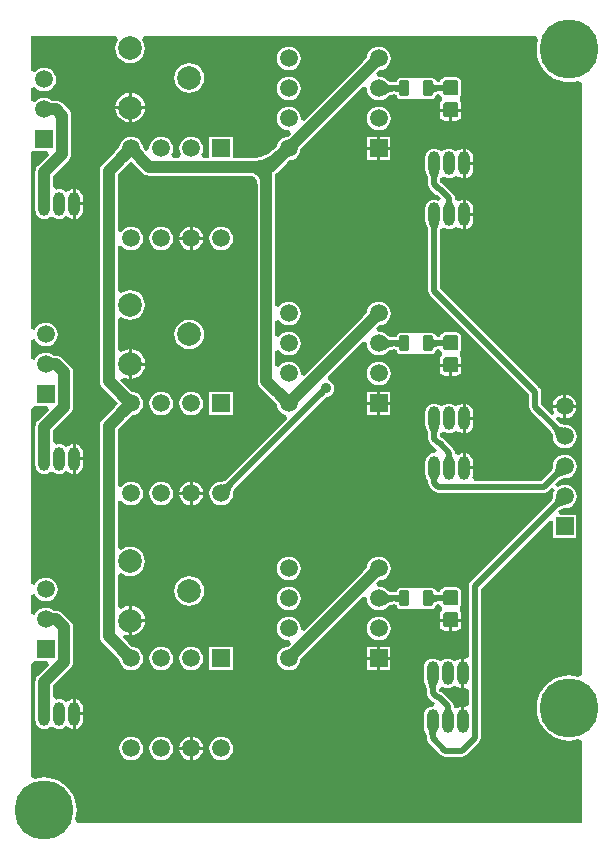
<source format=gtl>
G04 Layer_Physical_Order=1*
G04 Layer_Color=255*
%FSLAX44Y44*%
%MOMM*%
G71*
G01*
G75*
G04:AMPARAMS|DCode=10|XSize=1.3mm|YSize=0.8mm|CornerRadius=0.1mm|HoleSize=0mm|Usage=FLASHONLY|Rotation=270.000|XOffset=0mm|YOffset=0mm|HoleType=Round|Shape=RoundedRectangle|*
%AMROUNDEDRECTD10*
21,1,1.3000,0.6000,0,0,270.0*
21,1,1.1000,0.8000,0,0,270.0*
1,1,0.2000,-0.3000,-0.5500*
1,1,0.2000,-0.3000,0.5500*
1,1,0.2000,0.3000,0.5500*
1,1,0.2000,0.3000,-0.5500*
%
%ADD10ROUNDEDRECTD10*%
G04:AMPARAMS|DCode=11|XSize=1.27mm|YSize=1.27mm|CornerRadius=0.1588mm|HoleSize=0mm|Usage=FLASHONLY|Rotation=270.000|XOffset=0mm|YOffset=0mm|HoleType=Round|Shape=RoundedRectangle|*
%AMROUNDEDRECTD11*
21,1,1.2700,0.9525,0,0,270.0*
21,1,0.9525,1.2700,0,0,270.0*
1,1,0.3175,-0.4763,-0.4763*
1,1,0.3175,-0.4763,0.4763*
1,1,0.3175,0.4763,0.4763*
1,1,0.3175,0.4763,-0.4763*
%
%ADD11ROUNDEDRECTD11*%
%ADD12C,1.0000*%
%ADD13C,0.5000*%
%ADD14C,5.0000*%
%ADD15R,1.5000X1.5000*%
%ADD16C,1.5000*%
%ADD17R,1.5000X1.5000*%
%ADD18O,1.0000X2.0000*%
%ADD19O,1.0000X2.0000*%
%ADD20C,2.0000*%
%ADD21C,0.9000*%
G36*
X444997Y682280D02*
X446101Y679921D01*
X445195Y676145D01*
X444855Y671830D01*
X445195Y667515D01*
X446205Y663306D01*
X447862Y659307D01*
X450123Y655616D01*
X452934Y652324D01*
X456226Y649513D01*
X459917Y647252D01*
X463916Y645595D01*
X468125Y644585D01*
X472440Y644245D01*
X476755Y644585D01*
X479921Y645345D01*
X482921Y643591D01*
Y142539D01*
X479921Y140785D01*
X476755Y141545D01*
X472440Y141885D01*
X468125Y141545D01*
X463916Y140535D01*
X459917Y138878D01*
X456226Y136617D01*
X452934Y133806D01*
X450123Y130514D01*
X447862Y126823D01*
X446205Y122824D01*
X445195Y118615D01*
X444855Y114300D01*
X445195Y109985D01*
X446205Y105776D01*
X447862Y101777D01*
X450123Y98086D01*
X452934Y94794D01*
X456226Y91983D01*
X459917Y89722D01*
X463916Y88065D01*
X468125Y87055D01*
X472440Y86715D01*
X476755Y87055D01*
X479921Y87815D01*
X482921Y86061D01*
Y17079D01*
X55903D01*
X54334Y20079D01*
X55185Y23625D01*
X55525Y27940D01*
X55185Y32255D01*
X54175Y36464D01*
X52518Y40463D01*
X50257Y44154D01*
X47446Y47446D01*
X44154Y50257D01*
X40463Y52518D01*
X36464Y54175D01*
X32255Y55185D01*
X27940Y55525D01*
X23625Y55185D01*
X20079Y54334D01*
X17079Y55903D01*
Y151733D01*
X19210Y153830D01*
X20079Y153830D01*
X30754D01*
X31902Y151058D01*
X22591Y141747D01*
X21389Y140180D01*
X20633Y138356D01*
X20375Y136398D01*
Y114220D01*
Y104220D01*
X20633Y102262D01*
X21389Y100438D01*
X22591Y98871D01*
X24158Y97669D01*
X25982Y96913D01*
X27940Y96655D01*
X29898Y96913D01*
X31722Y97669D01*
X32169Y98012D01*
X34290Y98595D01*
X36411Y98012D01*
X36858Y97669D01*
X38682Y96913D01*
X40640Y96655D01*
X42598Y96913D01*
X44422Y97669D01*
X45989Y98871D01*
X49087Y97980D01*
X49538Y97634D01*
X51372Y96874D01*
X52070Y96782D01*
Y109220D01*
Y121658D01*
X51372Y121566D01*
X49538Y120806D01*
X49087Y120460D01*
X45989Y119569D01*
X44422Y120771D01*
X42598Y121527D01*
X40640Y121785D01*
X38682Y121527D01*
X38505Y121454D01*
X35505Y123338D01*
Y133265D01*
X50053Y147813D01*
X51255Y149380D01*
X52011Y151204D01*
X52140Y152183D01*
X52269Y153162D01*
X52269Y153162D01*
Y182626D01*
X52269Y182626D01*
X52011Y184584D01*
X51255Y186408D01*
X50053Y187975D01*
X50053Y187975D01*
X43449Y194579D01*
X41882Y195781D01*
X40058Y196537D01*
X38100Y196795D01*
X35778D01*
X34253Y197965D01*
X31820Y198973D01*
X29210Y199316D01*
X26600Y198973D01*
X24167Y197965D01*
X22078Y196362D01*
X20475Y194273D01*
X20079Y193316D01*
X17079Y193913D01*
Y209947D01*
X20079Y210544D01*
X20475Y209587D01*
X22078Y207498D01*
X24167Y205895D01*
X26600Y204887D01*
X29210Y204544D01*
X31820Y204887D01*
X34253Y205895D01*
X36342Y207498D01*
X37945Y209587D01*
X38953Y212020D01*
X39296Y214630D01*
X38953Y217241D01*
X37945Y219673D01*
X36342Y221762D01*
X34253Y223365D01*
X31820Y224373D01*
X29210Y224716D01*
X26600Y224373D01*
X24167Y223365D01*
X22078Y221762D01*
X20475Y219673D01*
X20079Y218716D01*
X17079Y219313D01*
Y367633D01*
X19210Y369730D01*
X20079Y369730D01*
X30754D01*
X31902Y366958D01*
X22591Y357647D01*
X21389Y356080D01*
X20633Y354256D01*
X20375Y352298D01*
Y330120D01*
Y320120D01*
X20633Y318162D01*
X21389Y316338D01*
X22591Y314771D01*
X24158Y313569D01*
X25982Y312813D01*
X27940Y312555D01*
X29898Y312813D01*
X31722Y313569D01*
X32169Y313911D01*
X34290Y314495D01*
X36411Y313911D01*
X36858Y313569D01*
X38682Y312813D01*
X40640Y312555D01*
X42598Y312813D01*
X44422Y313569D01*
X45989Y314771D01*
X49087Y313880D01*
X49538Y313534D01*
X51372Y312774D01*
X52070Y312682D01*
Y325120D01*
Y337558D01*
X51372Y337466D01*
X49538Y336706D01*
X49087Y336360D01*
X45989Y335469D01*
X44422Y336671D01*
X42598Y337427D01*
X40640Y337685D01*
X38682Y337427D01*
X38505Y337354D01*
X35505Y339238D01*
Y349165D01*
X50053Y363713D01*
X51255Y365280D01*
X52011Y367104D01*
X52140Y368083D01*
X52269Y369062D01*
X52269Y369062D01*
Y398526D01*
X52269Y398526D01*
X52011Y400484D01*
X51255Y402308D01*
X50053Y403875D01*
X50053Y403875D01*
X43449Y410479D01*
X41882Y411681D01*
X40058Y412437D01*
X38100Y412695D01*
X35778D01*
X34253Y413865D01*
X31820Y414873D01*
X29210Y415216D01*
X26600Y414873D01*
X24167Y413865D01*
X22078Y412262D01*
X20475Y410173D01*
X20079Y409216D01*
X17079Y409813D01*
Y425847D01*
X20079Y426444D01*
X20475Y425487D01*
X22078Y423398D01*
X24167Y421795D01*
X26600Y420787D01*
X29210Y420444D01*
X31820Y420787D01*
X34253Y421795D01*
X36342Y423398D01*
X37945Y425487D01*
X38953Y427920D01*
X39296Y430530D01*
X38953Y433140D01*
X37945Y435573D01*
X36342Y437662D01*
X34253Y439265D01*
X31820Y440273D01*
X29210Y440616D01*
X26600Y440273D01*
X24167Y439265D01*
X22078Y437662D01*
X20475Y435573D01*
X20079Y434616D01*
X17079Y435213D01*
Y582987D01*
X17940Y585630D01*
X20079Y585630D01*
X30754D01*
X31902Y582858D01*
X22591Y573547D01*
X21389Y571980D01*
X20633Y570156D01*
X20375Y568198D01*
Y546020D01*
Y536020D01*
X20633Y534062D01*
X21389Y532238D01*
X22591Y530671D01*
X24158Y529469D01*
X25982Y528713D01*
X27940Y528455D01*
X29898Y528713D01*
X31722Y529469D01*
X32169Y529812D01*
X34290Y530395D01*
X36411Y529812D01*
X36858Y529469D01*
X38682Y528713D01*
X40640Y528455D01*
X42598Y528713D01*
X44422Y529469D01*
X45989Y530671D01*
X49087Y529780D01*
X49538Y529434D01*
X51372Y528674D01*
X52070Y528582D01*
Y541020D01*
Y553458D01*
X51372Y553366D01*
X49538Y552606D01*
X49087Y552260D01*
X45989Y551369D01*
X44422Y552571D01*
X42598Y553327D01*
X40640Y553585D01*
X38682Y553327D01*
X38505Y553254D01*
X35505Y555138D01*
Y565065D01*
X48783Y578343D01*
X48783Y578343D01*
X49985Y579910D01*
X50741Y581734D01*
X50999Y583692D01*
Y615696D01*
X50999Y615696D01*
X50870Y616675D01*
X50741Y617654D01*
X49985Y619478D01*
X48783Y621045D01*
X43449Y626379D01*
X41882Y627581D01*
X40058Y628337D01*
X38100Y628595D01*
X34508D01*
X32983Y629765D01*
X30550Y630773D01*
X27940Y631116D01*
X25329Y630773D01*
X22897Y629765D01*
X20808Y628162D01*
X20079Y627211D01*
X17079Y628230D01*
Y639230D01*
X20079Y640248D01*
X20808Y639298D01*
X22897Y637695D01*
X25329Y636687D01*
X27940Y636344D01*
X30550Y636687D01*
X32983Y637695D01*
X35072Y639298D01*
X36675Y641387D01*
X37683Y643820D01*
X38026Y646430D01*
X37683Y649041D01*
X36675Y651473D01*
X35072Y653562D01*
X32983Y655165D01*
X30550Y656173D01*
X27940Y656516D01*
X25329Y656173D01*
X22897Y655165D01*
X20808Y653562D01*
X20079Y652611D01*
X17079Y653630D01*
Y682922D01*
X89036D01*
X90515Y679922D01*
X89811Y679004D01*
X88552Y675963D01*
X88122Y672700D01*
X88552Y669437D01*
X89811Y666396D01*
X91815Y663785D01*
X94426Y661781D01*
X97467Y660522D01*
X100730Y660092D01*
X103993Y660522D01*
X107034Y661781D01*
X109645Y663785D01*
X111649Y666396D01*
X112908Y669437D01*
X113338Y672700D01*
X112908Y675963D01*
X111649Y679004D01*
X110945Y679922D01*
X112424Y682922D01*
X444569D01*
X444997Y682280D01*
D02*
G37*
%LPC*%
G36*
X384810Y329938D02*
Y318770D01*
X391145D01*
Y322500D01*
X390886Y324468D01*
X390126Y326302D01*
X388918Y327878D01*
X387342Y329086D01*
X385508Y329846D01*
X384810Y329938D01*
D02*
G37*
G36*
X60945Y323850D02*
X54610D01*
Y312682D01*
X55308Y312774D01*
X57143Y313534D01*
X58718Y314742D01*
X59926Y316318D01*
X60686Y318152D01*
X60945Y320120D01*
Y323850D01*
D02*
G37*
G36*
X54610Y337558D02*
Y326390D01*
X60945D01*
Y330120D01*
X60686Y332088D01*
X59926Y333923D01*
X58718Y335498D01*
X57143Y336706D01*
X55308Y337466D01*
X54610Y337558D01*
D02*
G37*
G36*
X478589Y368300D02*
X469900D01*
Y359611D01*
X471251Y359788D01*
X473693Y360800D01*
X475791Y362409D01*
X477400Y364507D01*
X478412Y366949D01*
X478589Y368300D01*
D02*
G37*
G36*
X391145Y358140D02*
X384810D01*
Y346972D01*
X385508Y347064D01*
X387342Y347824D01*
X388918Y349032D01*
X390126Y350607D01*
X390886Y352442D01*
X391145Y354410D01*
Y358140D01*
D02*
G37*
G36*
X153670Y305869D02*
Y297180D01*
X162359D01*
X162182Y298531D01*
X161170Y300973D01*
X159561Y303071D01*
X157463Y304680D01*
X155021Y305692D01*
X153670Y305869D01*
D02*
G37*
G36*
X127000Y305996D02*
X124389Y305653D01*
X121957Y304645D01*
X119868Y303042D01*
X118265Y300953D01*
X117257Y298521D01*
X116914Y295910D01*
X117257Y293300D01*
X118265Y290867D01*
X119868Y288778D01*
X121957Y287175D01*
X124389Y286167D01*
X127000Y285824D01*
X129611Y286167D01*
X132043Y287175D01*
X134132Y288778D01*
X135735Y290867D01*
X136743Y293300D01*
X137086Y295910D01*
X136743Y298521D01*
X135735Y300953D01*
X134132Y303042D01*
X132043Y304645D01*
X129611Y305653D01*
X127000Y305996D01*
D02*
G37*
G36*
X234950Y242496D02*
X232339Y242153D01*
X229907Y241145D01*
X227818Y239542D01*
X226215Y237453D01*
X225207Y235021D01*
X224864Y232410D01*
X225207Y229799D01*
X226215Y227367D01*
X227818Y225278D01*
X229907Y223675D01*
X232339Y222667D01*
X234950Y222324D01*
X237561Y222667D01*
X239993Y223675D01*
X242082Y225278D01*
X243685Y227367D01*
X244693Y229799D01*
X245036Y232410D01*
X244693Y235021D01*
X243685Y237453D01*
X242082Y239542D01*
X239993Y241145D01*
X237561Y242153D01*
X234950Y242496D01*
D02*
G37*
G36*
X151130Y294640D02*
X142441D01*
X142618Y293289D01*
X143630Y290847D01*
X145239Y288749D01*
X147337Y287140D01*
X149779Y286128D01*
X151130Y285951D01*
Y294640D01*
D02*
G37*
G36*
Y305869D02*
X149779Y305692D01*
X147337Y304680D01*
X145239Y303071D01*
X143630Y300973D01*
X142618Y298531D01*
X142441Y297180D01*
X151130D01*
Y305869D01*
D02*
G37*
G36*
X162359Y294640D02*
X153670D01*
Y285951D01*
X155021Y286128D01*
X157463Y287140D01*
X159561Y288749D01*
X161170Y290847D01*
X162182Y293289D01*
X162359Y294640D01*
D02*
G37*
G36*
X384810Y371848D02*
Y360680D01*
X391145D01*
Y364410D01*
X390886Y366378D01*
X390126Y368213D01*
X388918Y369788D01*
X387342Y370996D01*
X385508Y371756D01*
X384810Y371848D01*
D02*
G37*
G36*
X469900Y379529D02*
Y370840D01*
X478589D01*
X478412Y372191D01*
X477400Y374633D01*
X475791Y376731D01*
X473693Y378340D01*
X471251Y379352D01*
X469900Y379529D01*
D02*
G37*
G36*
X467360D02*
X466009Y379352D01*
X463567Y378340D01*
X461469Y376731D01*
X459860Y374633D01*
X458848Y372191D01*
X458671Y370840D01*
X467360D01*
Y379529D01*
D02*
G37*
G36*
X309880Y382150D02*
X301110D01*
Y373380D01*
X309880D01*
Y382150D01*
D02*
G37*
G36*
X311150Y407596D02*
X308540Y407253D01*
X306107Y406245D01*
X304018Y404642D01*
X302415Y402553D01*
X301407Y400121D01*
X301064Y397510D01*
X301407Y394899D01*
X302415Y392467D01*
X304018Y390378D01*
X306107Y388775D01*
X308540Y387767D01*
X311150Y387424D01*
X313761Y387767D01*
X316193Y388775D01*
X318282Y390378D01*
X319885Y392467D01*
X320893Y394899D01*
X321236Y397510D01*
X320893Y400121D01*
X319885Y402553D01*
X318282Y404642D01*
X316193Y406245D01*
X313761Y407253D01*
X311150Y407596D01*
D02*
G37*
G36*
X321190Y382150D02*
X312420D01*
Y373380D01*
X321190D01*
Y382150D01*
D02*
G37*
G36*
X370840Y371975D02*
X368882Y371717D01*
X367058Y370961D01*
X366611Y370619D01*
X364490Y370035D01*
X362369Y370619D01*
X361922Y370961D01*
X360098Y371717D01*
X358140Y371975D01*
X356182Y371717D01*
X354358Y370961D01*
X352791Y369759D01*
X351589Y368192D01*
X350833Y366368D01*
X350575Y364410D01*
Y354410D01*
X350833Y352452D01*
X351426Y351021D01*
X351444Y350928D01*
X351497Y350849D01*
X351589Y350628D01*
X351683Y350505D01*
X351710Y350443D01*
X351997Y350033D01*
X352204Y349676D01*
X352394Y349276D01*
X352566Y348828D01*
X352718Y348330D01*
X352847Y347781D01*
X352945Y347212D01*
X353042Y346152D01*
Y342138D01*
X353430Y340187D01*
X354535Y338533D01*
X358345Y334723D01*
X359999Y333618D01*
X360143Y332819D01*
X358497Y330556D01*
X357715Y330009D01*
X356182Y329807D01*
X354358Y329051D01*
X352791Y327849D01*
X351589Y326282D01*
X350833Y324458D01*
X350575Y322500D01*
Y312500D01*
X350833Y310542D01*
X351589Y308718D01*
X352791Y307151D01*
X352982Y307004D01*
X353042Y305760D01*
Y304800D01*
X353430Y302849D01*
X354535Y301195D01*
X357837Y297893D01*
X359491Y296788D01*
X361442Y296400D01*
X451358D01*
X453309Y296788D01*
X454963Y297893D01*
X458194Y301125D01*
X460455Y299142D01*
X459895Y298413D01*
X458887Y295980D01*
X458544Y293370D01*
X458574Y293140D01*
X458559Y292741D01*
X458490Y292216D01*
X458371Y291690D01*
X458197Y291156D01*
X457966Y290612D01*
X457674Y290054D01*
X457315Y289484D01*
X456888Y288900D01*
X456569Y288518D01*
X388825Y220775D01*
X387720Y219121D01*
X387332Y217170D01*
Y157756D01*
X384332Y155817D01*
X384238Y155856D01*
X383540Y155948D01*
Y143510D01*
Y131072D01*
X384238Y131164D01*
X384332Y131203D01*
X387332Y129264D01*
Y117116D01*
X384332Y115177D01*
X384238Y115216D01*
X383540Y115308D01*
Y102870D01*
X381000D01*
Y115308D01*
X380302Y115216D01*
X378467Y114456D01*
X378017Y114110D01*
X377427Y113940D01*
X375659Y114370D01*
X375452Y114489D01*
X374668Y115164D01*
Y115570D01*
X374280Y117521D01*
X373175Y119175D01*
X365555Y126795D01*
X363901Y127900D01*
X363001Y128079D01*
X362609Y128471D01*
X362515Y129566D01*
X362681Y130581D01*
X364605Y131772D01*
X365638Y132074D01*
X365788Y131959D01*
X367612Y131203D01*
X369570Y130945D01*
X371528Y131203D01*
X373352Y131959D01*
X374919Y133161D01*
X378017Y132270D01*
X378467Y131924D01*
X380302Y131164D01*
X381000Y131072D01*
Y143510D01*
Y155948D01*
X380302Y155856D01*
X378467Y155096D01*
X378017Y154750D01*
X374919Y153859D01*
X373352Y155061D01*
X371528Y155817D01*
X369570Y156075D01*
X367612Y155817D01*
X365788Y155061D01*
X365341Y154719D01*
X363220Y154135D01*
X361099Y154719D01*
X360652Y155061D01*
X358828Y155817D01*
X356870Y156075D01*
X354912Y155817D01*
X353088Y155061D01*
X351521Y153859D01*
X350319Y152292D01*
X349563Y150468D01*
X349305Y148510D01*
Y138510D01*
X349563Y136552D01*
X350156Y135121D01*
X350174Y135028D01*
X350227Y134950D01*
X350319Y134728D01*
X350413Y134605D01*
X350440Y134543D01*
X350727Y134133D01*
X350934Y133776D01*
X351124Y133376D01*
X351296Y132928D01*
X351448Y132430D01*
X351577Y131881D01*
X351675Y131312D01*
X351772Y130252D01*
Y127000D01*
X352160Y125049D01*
X353265Y123395D01*
X357075Y119585D01*
X358461Y118659D01*
X358515Y118244D01*
X356870Y115435D01*
X354912Y115177D01*
X353088Y114421D01*
X351521Y113219D01*
X350319Y111652D01*
X349563Y109828D01*
X349305Y107870D01*
Y97870D01*
X349563Y95912D01*
X350319Y94088D01*
X351521Y92521D01*
X351595Y92464D01*
X351611Y92381D01*
X351772Y90369D01*
Y88900D01*
X352160Y86949D01*
X353265Y85295D01*
X363933Y74627D01*
X365587Y73522D01*
X367538Y73134D01*
X381762D01*
X383713Y73522D01*
X385367Y74627D01*
X396035Y85295D01*
X397140Y86949D01*
X397528Y88900D01*
Y215058D01*
X455858Y273389D01*
X458630Y272241D01*
Y257970D01*
X478630D01*
Y277970D01*
X464359D01*
X463211Y280742D01*
X463778Y281309D01*
X464159Y281628D01*
X464744Y282055D01*
X465314Y282414D01*
X465872Y282706D01*
X466416Y282937D01*
X466950Y283111D01*
X467476Y283230D01*
X468001Y283299D01*
X468400Y283314D01*
X468630Y283284D01*
X471241Y283627D01*
X473673Y284635D01*
X475762Y286238D01*
X477365Y288327D01*
X478373Y290760D01*
X478716Y293370D01*
X478373Y295980D01*
X477365Y298413D01*
X475762Y300502D01*
X473673Y302105D01*
X471241Y303113D01*
X468630Y303456D01*
X466020Y303113D01*
X463587Y302105D01*
X462858Y301545D01*
X460875Y303806D01*
X463778Y306709D01*
X464159Y307028D01*
X464744Y307456D01*
X465314Y307814D01*
X465872Y308106D01*
X466416Y308337D01*
X466950Y308511D01*
X467476Y308631D01*
X468001Y308699D01*
X468400Y308714D01*
X468630Y308684D01*
X471241Y309027D01*
X473673Y310035D01*
X475762Y311638D01*
X477365Y313727D01*
X478373Y316159D01*
X478716Y318770D01*
X478373Y321381D01*
X477365Y323813D01*
X475762Y325902D01*
X473673Y327505D01*
X471241Y328513D01*
X468630Y328856D01*
X466020Y328513D01*
X463587Y327505D01*
X461498Y325902D01*
X459895Y323813D01*
X458887Y321381D01*
X458544Y318770D01*
X458574Y318540D01*
X458559Y318141D01*
X458490Y317616D01*
X458371Y317090D01*
X458197Y316556D01*
X457966Y316012D01*
X457674Y315455D01*
X457315Y314884D01*
X456888Y314300D01*
X456569Y313918D01*
X449246Y306596D01*
X392295D01*
X391637Y307234D01*
X390498Y309596D01*
X390886Y310532D01*
X391145Y312500D01*
Y316230D01*
X383540D01*
Y317500D01*
X382270D01*
Y329938D01*
X381572Y329846D01*
X379738Y329086D01*
X379287Y328740D01*
X378697Y328571D01*
X376929Y329000D01*
X376722Y329119D01*
X375938Y329794D01*
Y330200D01*
X375550Y332151D01*
X374445Y333805D01*
X366317Y341933D01*
X364663Y343038D01*
X364397Y343091D01*
X363315Y344172D01*
X363386Y346700D01*
X365954Y348261D01*
X366243Y348253D01*
X366661Y348158D01*
X366674Y348153D01*
X367058Y347859D01*
X368882Y347103D01*
X370840Y346845D01*
X372798Y347103D01*
X374622Y347859D01*
X376189Y349061D01*
X379287Y348170D01*
X379738Y347824D01*
X381572Y347064D01*
X382270Y346972D01*
Y359410D01*
Y371848D01*
X381572Y371756D01*
X379738Y370996D01*
X379287Y370650D01*
X376189Y369759D01*
X374622Y370961D01*
X372798Y371717D01*
X370840Y371975D01*
D02*
G37*
G36*
X152400Y382196D02*
X149789Y381853D01*
X147357Y380845D01*
X145268Y379242D01*
X143665Y377153D01*
X142657Y374720D01*
X142314Y372110D01*
X142657Y369500D01*
X143665Y367067D01*
X145268Y364978D01*
X147357Y363375D01*
X149789Y362367D01*
X152400Y362024D01*
X155010Y362367D01*
X157443Y363375D01*
X159532Y364978D01*
X161135Y367067D01*
X162143Y369500D01*
X162486Y372110D01*
X162143Y374720D01*
X161135Y377153D01*
X159532Y379242D01*
X157443Y380845D01*
X155010Y381853D01*
X152400Y382196D01*
D02*
G37*
G36*
X127000D02*
X124389Y381853D01*
X121957Y380845D01*
X119868Y379242D01*
X118265Y377153D01*
X117257Y374720D01*
X116914Y372110D01*
X117257Y369500D01*
X118265Y367067D01*
X119868Y364978D01*
X121957Y363375D01*
X124389Y362367D01*
X127000Y362024D01*
X129611Y362367D01*
X132043Y363375D01*
X134132Y364978D01*
X135735Y367067D01*
X136743Y369500D01*
X137086Y372110D01*
X136743Y374720D01*
X135735Y377153D01*
X134132Y379242D01*
X132043Y380845D01*
X129611Y381853D01*
X127000Y382196D01*
D02*
G37*
G36*
X309880Y370840D02*
X301110D01*
Y362070D01*
X309880D01*
Y370840D01*
D02*
G37*
G36*
X187800Y382110D02*
X167800D01*
Y362110D01*
X187800D01*
Y382110D01*
D02*
G37*
G36*
X321190Y370840D02*
X312420D01*
Y362070D01*
X321190D01*
Y370840D01*
D02*
G37*
G36*
X150730Y225968D02*
X147467Y225538D01*
X144426Y224279D01*
X141815Y222275D01*
X139811Y219664D01*
X138552Y216623D01*
X138122Y213360D01*
X138552Y210097D01*
X139811Y207056D01*
X141815Y204445D01*
X144426Y202441D01*
X147467Y201182D01*
X150730Y200752D01*
X153993Y201182D01*
X157034Y202441D01*
X159645Y204445D01*
X161649Y207056D01*
X162908Y210097D01*
X163338Y213360D01*
X162908Y216623D01*
X161649Y219664D01*
X159645Y222275D01*
X157034Y224279D01*
X153993Y225538D01*
X150730Y225968D01*
D02*
G37*
G36*
X60945Y107950D02*
X54610D01*
Y96782D01*
X55308Y96874D01*
X57143Y97634D01*
X58718Y98842D01*
X59926Y100417D01*
X60686Y102252D01*
X60945Y104220D01*
Y107950D01*
D02*
G37*
G36*
X153670Y89969D02*
Y81280D01*
X162359D01*
X162182Y82631D01*
X161170Y85073D01*
X159561Y87171D01*
X157463Y88780D01*
X155021Y89792D01*
X153670Y89969D01*
D02*
G37*
G36*
X54610Y121658D02*
Y110490D01*
X60945D01*
Y114220D01*
X60686Y116188D01*
X59926Y118022D01*
X58718Y119598D01*
X57143Y120806D01*
X55308Y121566D01*
X54610Y121658D01*
D02*
G37*
G36*
X152400Y166296D02*
X149789Y165953D01*
X147357Y164945D01*
X145268Y163342D01*
X143665Y161253D01*
X142657Y158820D01*
X142314Y156210D01*
X142657Y153600D01*
X143665Y151167D01*
X145268Y149078D01*
X147357Y147475D01*
X149789Y146467D01*
X152400Y146124D01*
X155010Y146467D01*
X157443Y147475D01*
X159532Y149078D01*
X161135Y151167D01*
X162143Y153600D01*
X162486Y156210D01*
X162143Y158820D01*
X161135Y161253D01*
X159532Y163342D01*
X157443Y164945D01*
X155010Y165953D01*
X152400Y166296D01*
D02*
G37*
G36*
X127000D02*
X124389Y165953D01*
X121957Y164945D01*
X119868Y163342D01*
X118265Y161253D01*
X117257Y158820D01*
X116914Y156210D01*
X117257Y153600D01*
X118265Y151167D01*
X119868Y149078D01*
X121957Y147475D01*
X124389Y146467D01*
X127000Y146124D01*
X129611Y146467D01*
X132043Y147475D01*
X134132Y149078D01*
X135735Y151167D01*
X136743Y153600D01*
X137086Y156210D01*
X136743Y158820D01*
X135735Y161253D01*
X134132Y163342D01*
X132043Y164945D01*
X129611Y165953D01*
X127000Y166296D01*
D02*
G37*
G36*
X151130Y89969D02*
X149779Y89792D01*
X147337Y88780D01*
X145239Y87171D01*
X143630Y85073D01*
X142618Y82631D01*
X142441Y81280D01*
X151130D01*
Y89969D01*
D02*
G37*
G36*
X127000Y90096D02*
X124389Y89753D01*
X121957Y88745D01*
X119868Y87142D01*
X118265Y85053D01*
X117257Y82620D01*
X116914Y80010D01*
X117257Y77400D01*
X118265Y74967D01*
X119868Y72878D01*
X121957Y71275D01*
X124389Y70267D01*
X127000Y69924D01*
X129611Y70267D01*
X132043Y71275D01*
X134132Y72878D01*
X135735Y74967D01*
X136743Y77400D01*
X137086Y80010D01*
X136743Y82620D01*
X135735Y85053D01*
X134132Y87142D01*
X132043Y88745D01*
X129611Y89753D01*
X127000Y90096D01*
D02*
G37*
G36*
X101600D02*
X98989Y89753D01*
X96557Y88745D01*
X94468Y87142D01*
X92865Y85053D01*
X91857Y82620D01*
X91514Y80010D01*
X91857Y77400D01*
X92865Y74967D01*
X94468Y72878D01*
X96557Y71275D01*
X98989Y70267D01*
X101600Y69924D01*
X104211Y70267D01*
X106643Y71275D01*
X108732Y72878D01*
X110335Y74967D01*
X111343Y77400D01*
X111686Y80010D01*
X111343Y82620D01*
X110335Y85053D01*
X108732Y87142D01*
X106643Y88745D01*
X104211Y89753D01*
X101600Y90096D01*
D02*
G37*
G36*
X177800D02*
X175189Y89753D01*
X172757Y88745D01*
X170668Y87142D01*
X169065Y85053D01*
X168057Y82620D01*
X167714Y80010D01*
X168057Y77400D01*
X169065Y74967D01*
X170668Y72878D01*
X172757Y71275D01*
X175189Y70267D01*
X177800Y69924D01*
X180410Y70267D01*
X182843Y71275D01*
X184932Y72878D01*
X186535Y74967D01*
X187543Y77400D01*
X187886Y80010D01*
X187543Y82620D01*
X186535Y85053D01*
X184932Y87142D01*
X182843Y88745D01*
X180410Y89753D01*
X177800Y90096D01*
D02*
G37*
G36*
X162359Y78740D02*
X153670D01*
Y70051D01*
X155021Y70228D01*
X157463Y71240D01*
X159561Y72849D01*
X161170Y74947D01*
X162182Y77389D01*
X162359Y78740D01*
D02*
G37*
G36*
X151130D02*
X142441D01*
X142618Y77389D01*
X143630Y74947D01*
X145239Y72849D01*
X147337Y71240D01*
X149779Y70228D01*
X151130Y70051D01*
Y78740D01*
D02*
G37*
G36*
X309880Y154940D02*
X301110D01*
Y146170D01*
X309880D01*
Y154940D01*
D02*
G37*
G36*
X381081Y187325D02*
X373380D01*
Y179624D01*
X376872D01*
X378483Y179944D01*
X379848Y180857D01*
X380760Y182222D01*
X381081Y183832D01*
Y187325D01*
D02*
G37*
G36*
X370840D02*
X363139D01*
Y183832D01*
X363460Y182222D01*
X364372Y180857D01*
X365737Y179944D01*
X367347Y179624D01*
X370840D01*
Y187325D01*
D02*
G37*
G36*
X102000Y200841D02*
Y189630D01*
X113211D01*
X112947Y191633D01*
X111684Y194684D01*
X109673Y197303D01*
X107054Y199314D01*
X104003Y200577D01*
X102000Y200841D01*
D02*
G37*
G36*
X234950Y217096D02*
X232339Y216753D01*
X229907Y215745D01*
X227818Y214142D01*
X226215Y212053D01*
X225207Y209620D01*
X224864Y207010D01*
X225207Y204400D01*
X226215Y201967D01*
X227818Y199878D01*
X229907Y198275D01*
X232339Y197267D01*
X234950Y196924D01*
X237561Y197267D01*
X239993Y198275D01*
X242082Y199878D01*
X243685Y201967D01*
X244693Y204400D01*
X245036Y207010D01*
X244693Y209620D01*
X243685Y212053D01*
X242082Y214142D01*
X239993Y215745D01*
X237561Y216753D01*
X234950Y217096D01*
D02*
G37*
G36*
X311150Y242496D02*
X308540Y242153D01*
X306107Y241145D01*
X304018Y239542D01*
X302415Y237453D01*
X301407Y235021D01*
X301199Y233437D01*
X297847Y229805D01*
X247821Y179779D01*
X244980Y181180D01*
X245036Y181610D01*
X244693Y184221D01*
X243685Y186653D01*
X242082Y188742D01*
X239993Y190345D01*
X237561Y191353D01*
X234950Y191696D01*
X232339Y191353D01*
X229907Y190345D01*
X227818Y188742D01*
X226215Y186653D01*
X225207Y184221D01*
X224864Y181610D01*
X225207Y179000D01*
X226215Y176567D01*
X227818Y174478D01*
X229907Y172875D01*
X232339Y171867D01*
X234950Y171524D01*
X235380Y171580D01*
X236781Y168739D01*
X236728Y168686D01*
X235095Y167086D01*
X234101Y166185D01*
X232339Y165953D01*
X229907Y164945D01*
X227818Y163342D01*
X226215Y161253D01*
X225207Y158820D01*
X224864Y156210D01*
X225207Y153600D01*
X226215Y151167D01*
X227818Y149078D01*
X229907Y147475D01*
X232339Y146467D01*
X234950Y146124D01*
X237561Y146467D01*
X239993Y147475D01*
X242082Y149078D01*
X243685Y151167D01*
X244693Y153600D01*
X244901Y155183D01*
X248253Y158815D01*
X298279Y208841D01*
X301120Y207439D01*
X301064Y207010D01*
X301407Y204400D01*
X302415Y201967D01*
X304018Y199878D01*
X306107Y198275D01*
X308540Y197267D01*
X311150Y196924D01*
X313761Y197267D01*
X316193Y198275D01*
X318282Y199878D01*
X318423Y200062D01*
X318716Y200334D01*
X319135Y200656D01*
X319593Y200944D01*
X320093Y201198D01*
X320641Y201420D01*
X321241Y201607D01*
X321898Y201758D01*
X322614Y201868D01*
X323109Y201912D01*
X325029D01*
X325402Y201879D01*
X325938Y201791D01*
X326318Y201689D01*
X326331Y201684D01*
Y201510D01*
X326603Y200144D01*
X327377Y198987D01*
X328534Y198213D01*
X329900Y197941D01*
X335900D01*
X337266Y198213D01*
X337710Y198510D01*
X348090D01*
X348534Y198213D01*
X349900Y197941D01*
X355900D01*
X357266Y198213D01*
X358423Y198987D01*
X359197Y200144D01*
X359468Y201510D01*
Y201684D01*
X359482Y201689D01*
X359862Y201791D01*
X360398Y201879D01*
X360770Y201912D01*
X361950D01*
X362368Y201995D01*
X364490Y199634D01*
Y196412D01*
X364372Y196333D01*
X363460Y194968D01*
X363139Y193358D01*
Y189865D01*
X381081D01*
Y193358D01*
X380760Y194968D01*
X379848Y196333D01*
X379730Y196412D01*
Y199876D01*
X379819Y199936D01*
X380723Y201288D01*
X381040Y202882D01*
Y212407D01*
X380723Y214002D01*
X379819Y215354D01*
X378467Y216258D01*
X376872Y216575D01*
X367347D01*
X365753Y216258D01*
X364401Y215354D01*
X363497Y214002D01*
X363247Y212743D01*
X362585D01*
X362388Y212704D01*
X360447Y212575D01*
X358676Y214655D01*
X358423Y215033D01*
X357266Y215807D01*
X355900Y216079D01*
X349900D01*
X348534Y215807D01*
X348090Y215510D01*
X337710D01*
X337266Y215807D01*
X335900Y216079D01*
X329900D01*
X328534Y215807D01*
X327377Y215033D01*
X326603Y213876D01*
X326331Y212510D01*
Y212337D01*
X326318Y212331D01*
X325938Y212229D01*
X325402Y212141D01*
X325029Y212108D01*
X323109D01*
X322614Y212152D01*
X321898Y212262D01*
X321241Y212413D01*
X320641Y212600D01*
X320093Y212822D01*
X319593Y213076D01*
X319135Y213364D01*
X318716Y213686D01*
X318423Y213958D01*
X318282Y214142D01*
X316193Y215745D01*
X313761Y216753D01*
X311150Y217096D01*
X310721Y217040D01*
X309319Y219881D01*
X309371Y219933D01*
X311005Y221534D01*
X311999Y222435D01*
X313761Y222667D01*
X316193Y223675D01*
X318282Y225278D01*
X319885Y227367D01*
X320893Y229799D01*
X321236Y232410D01*
X320893Y235021D01*
X319885Y237453D01*
X318282Y239542D01*
X316193Y241145D01*
X313761Y242153D01*
X311150Y242496D01*
D02*
G37*
G36*
X113211Y187090D02*
X102000D01*
Y175879D01*
X104003Y176143D01*
X107054Y177406D01*
X109673Y179416D01*
X111684Y182036D01*
X112947Y185086D01*
X113211Y187090D01*
D02*
G37*
G36*
X187800Y166210D02*
X167800D01*
Y146210D01*
X187800D01*
Y166210D01*
D02*
G37*
G36*
X321190Y154940D02*
X312420D01*
Y146170D01*
X321190D01*
Y154940D01*
D02*
G37*
G36*
X309880Y166250D02*
X301110D01*
Y157480D01*
X309880D01*
Y166250D01*
D02*
G37*
G36*
X311150Y191696D02*
X308540Y191353D01*
X306107Y190345D01*
X304018Y188742D01*
X302415Y186653D01*
X301407Y184221D01*
X301064Y181610D01*
X301407Y179000D01*
X302415Y176567D01*
X304018Y174478D01*
X306107Y172875D01*
X308540Y171867D01*
X311150Y171524D01*
X313761Y171867D01*
X316193Y172875D01*
X318282Y174478D01*
X319885Y176567D01*
X320893Y179000D01*
X321236Y181610D01*
X320893Y184221D01*
X319885Y186653D01*
X318282Y188742D01*
X316193Y190345D01*
X313761Y191353D01*
X311150Y191696D01*
D02*
G37*
G36*
X321190Y166250D02*
X312420D01*
Y157480D01*
X321190D01*
Y166250D01*
D02*
G37*
G36*
X113211Y404260D02*
X102000D01*
Y393049D01*
X104003Y393313D01*
X107054Y394576D01*
X109673Y396586D01*
X111684Y399206D01*
X112947Y402256D01*
X113211Y404260D01*
D02*
G37*
G36*
X321190Y586740D02*
X312420D01*
Y577970D01*
X321190D01*
Y586740D01*
D02*
G37*
G36*
X309880D02*
X301110D01*
Y577970D01*
X309880D01*
Y586740D01*
D02*
G37*
G36*
X370840Y587875D02*
X368882Y587617D01*
X367058Y586861D01*
X366611Y586519D01*
X364490Y585935D01*
X362369Y586519D01*
X361922Y586861D01*
X360098Y587617D01*
X358140Y587875D01*
X356182Y587617D01*
X354358Y586861D01*
X352791Y585659D01*
X351589Y584092D01*
X350833Y582268D01*
X350575Y580310D01*
Y570310D01*
X350833Y568352D01*
X351426Y566921D01*
X351444Y566828D01*
X351497Y566749D01*
X351589Y566528D01*
X351683Y566405D01*
X351710Y566343D01*
X351997Y565933D01*
X352204Y565576D01*
X352394Y565176D01*
X352566Y564728D01*
X352718Y564230D01*
X352847Y563681D01*
X352945Y563112D01*
X353042Y562052D01*
Y557530D01*
X353430Y555579D01*
X354535Y553925D01*
X358345Y550115D01*
X359999Y549010D01*
X360899Y548831D01*
X363640Y546090D01*
X361922Y543681D01*
X360098Y544437D01*
X358140Y544695D01*
X356182Y544437D01*
X354358Y543681D01*
X352791Y542479D01*
X351589Y540912D01*
X350833Y539088D01*
X350575Y537130D01*
Y527130D01*
X350833Y525172D01*
X351426Y523741D01*
X351444Y523648D01*
X351497Y523570D01*
X351589Y523348D01*
X351683Y523225D01*
X351710Y523163D01*
X351997Y522753D01*
X352204Y522396D01*
X352394Y521996D01*
X352566Y521548D01*
X352718Y521050D01*
X352847Y520501D01*
X352945Y519932D01*
X353042Y518872D01*
Y467614D01*
X353430Y465663D01*
X354535Y464009D01*
X438640Y379904D01*
Y369062D01*
X439028Y367111D01*
X440133Y365457D01*
X456569Y349022D01*
X456888Y348641D01*
X457315Y348056D01*
X457674Y347486D01*
X457966Y346928D01*
X458197Y346384D01*
X458371Y345850D01*
X458490Y345324D01*
X458559Y344799D01*
X458574Y344400D01*
X458544Y344170D01*
X458887Y341559D01*
X459895Y339127D01*
X461498Y337038D01*
X463587Y335435D01*
X466020Y334427D01*
X468630Y334084D01*
X471241Y334427D01*
X473673Y335435D01*
X475762Y337038D01*
X477365Y339127D01*
X478373Y341559D01*
X478716Y344170D01*
X478373Y346781D01*
X477365Y349213D01*
X475762Y351302D01*
X473673Y352905D01*
X471241Y353913D01*
X468630Y354256D01*
X468400Y354226D01*
X468001Y354241D01*
X467476Y354310D01*
X466950Y354429D01*
X466416Y354603D01*
X465872Y354834D01*
X465314Y355126D01*
X464744Y355485D01*
X464160Y355912D01*
X463778Y356231D01*
X461092Y358918D01*
X463074Y361178D01*
X463567Y360800D01*
X466009Y359788D01*
X467360Y359611D01*
Y368300D01*
X458671D01*
X458848Y366949D01*
X459860Y364507D01*
X460238Y364014D01*
X457977Y362032D01*
X448836Y371174D01*
Y382016D01*
X448448Y383967D01*
X447343Y385621D01*
X363238Y469726D01*
Y518858D01*
X363256Y519276D01*
X363321Y519833D01*
X363620Y520102D01*
X365161Y520863D01*
X365755Y520987D01*
X366243Y520973D01*
X366661Y520878D01*
X366674Y520873D01*
X367058Y520579D01*
X368882Y519823D01*
X370840Y519565D01*
X372798Y519823D01*
X374622Y520579D01*
X376189Y521781D01*
X379287Y520890D01*
X379738Y520544D01*
X381572Y519784D01*
X382270Y519692D01*
Y532130D01*
Y544568D01*
X381572Y544476D01*
X379738Y543716D01*
X379287Y543370D01*
X378890Y543256D01*
X376287Y544142D01*
X375954Y544433D01*
X375938Y544631D01*
Y546100D01*
X375550Y548051D01*
X374445Y549705D01*
X366825Y557325D01*
X365171Y558430D01*
X364271Y558609D01*
X363238Y559642D01*
Y562038D01*
X363256Y562456D01*
X363321Y563013D01*
X363620Y563282D01*
X365161Y564043D01*
X365755Y564167D01*
X366243Y564153D01*
X366661Y564058D01*
X366674Y564053D01*
X367058Y563759D01*
X368882Y563003D01*
X370840Y562745D01*
X372798Y563003D01*
X374622Y563759D01*
X376189Y564961D01*
X379287Y564070D01*
X379738Y563724D01*
X381572Y562964D01*
X382270Y562872D01*
Y575310D01*
Y587748D01*
X381572Y587656D01*
X379738Y586896D01*
X379287Y586550D01*
X376189Y585659D01*
X374622Y586861D01*
X372798Y587617D01*
X370840Y587875D01*
D02*
G37*
G36*
X321190Y598050D02*
X312420D01*
Y589280D01*
X321190D01*
Y598050D01*
D02*
G37*
G36*
X309880D02*
X301110D01*
Y589280D01*
X309880D01*
Y598050D01*
D02*
G37*
G36*
X384810Y587748D02*
Y576580D01*
X391145D01*
Y580310D01*
X390886Y582278D01*
X390126Y584113D01*
X388918Y585688D01*
X387342Y586896D01*
X385508Y587656D01*
X384810Y587748D01*
D02*
G37*
G36*
X60945Y539750D02*
X54610D01*
Y528582D01*
X55308Y528674D01*
X57143Y529434D01*
X58718Y530642D01*
X59926Y532217D01*
X60686Y534052D01*
X60945Y536020D01*
Y539750D01*
D02*
G37*
G36*
X391145Y530860D02*
X384810D01*
Y519692D01*
X385508Y519784D01*
X387342Y520544D01*
X388918Y521752D01*
X390126Y523327D01*
X390886Y525162D01*
X391145Y527130D01*
Y530860D01*
D02*
G37*
G36*
X384810Y544568D02*
Y533400D01*
X391145D01*
Y537130D01*
X390886Y539098D01*
X390126Y540933D01*
X388918Y542508D01*
X387342Y543716D01*
X385508Y544476D01*
X384810Y544568D01*
D02*
G37*
G36*
X391145Y574040D02*
X384810D01*
Y562872D01*
X385508Y562964D01*
X387342Y563724D01*
X388918Y564932D01*
X390126Y566507D01*
X390886Y568342D01*
X391145Y570310D01*
Y574040D01*
D02*
G37*
G36*
X54610Y553458D02*
Y542290D01*
X60945D01*
Y546020D01*
X60686Y547988D01*
X59926Y549823D01*
X58718Y551398D01*
X57143Y552606D01*
X55308Y553366D01*
X54610Y553458D01*
D02*
G37*
G36*
X102000Y635181D02*
Y623970D01*
X113211D01*
X112947Y625973D01*
X111684Y629024D01*
X109673Y631643D01*
X107054Y633653D01*
X104003Y634917D01*
X102000Y635181D01*
D02*
G37*
G36*
X99460D02*
X97456Y634917D01*
X94406Y633653D01*
X91786Y631643D01*
X89776Y629024D01*
X88513Y625973D01*
X88249Y623970D01*
X99460D01*
Y635181D01*
D02*
G37*
G36*
X234950Y648896D02*
X232339Y648553D01*
X229907Y647545D01*
X227818Y645942D01*
X226215Y643853D01*
X225207Y641421D01*
X224864Y638810D01*
X225207Y636199D01*
X226215Y633767D01*
X227818Y631678D01*
X229907Y630075D01*
X232339Y629067D01*
X234950Y628724D01*
X237561Y629067D01*
X239993Y630075D01*
X242082Y631678D01*
X243685Y633767D01*
X244693Y636199D01*
X245036Y638810D01*
X244693Y641421D01*
X243685Y643853D01*
X242082Y645942D01*
X239993Y647545D01*
X237561Y648553D01*
X234950Y648896D01*
D02*
G37*
G36*
Y674296D02*
X232339Y673953D01*
X229907Y672945D01*
X227818Y671342D01*
X226215Y669253D01*
X225207Y666821D01*
X224864Y664210D01*
X225207Y661600D01*
X226215Y659167D01*
X227818Y657078D01*
X229907Y655475D01*
X232339Y654467D01*
X234950Y654124D01*
X237561Y654467D01*
X239993Y655475D01*
X242082Y657078D01*
X243685Y659167D01*
X244693Y661600D01*
X245036Y664210D01*
X244693Y666821D01*
X243685Y669253D01*
X242082Y671342D01*
X239993Y672945D01*
X237561Y673953D01*
X234950Y674296D01*
D02*
G37*
G36*
X150730Y660308D02*
X147467Y659878D01*
X144426Y658619D01*
X141815Y656615D01*
X139811Y654004D01*
X138552Y650963D01*
X138122Y647700D01*
X138552Y644437D01*
X139811Y641396D01*
X141815Y638785D01*
X144426Y636781D01*
X147467Y635522D01*
X150730Y635092D01*
X153993Y635522D01*
X157034Y636781D01*
X159645Y638785D01*
X161649Y641396D01*
X162908Y644437D01*
X163338Y647700D01*
X162908Y650963D01*
X161649Y654004D01*
X159645Y656615D01*
X157034Y658619D01*
X153993Y659878D01*
X150730Y660308D01*
D02*
G37*
G36*
X311150Y674296D02*
X308540Y673953D01*
X306107Y672945D01*
X304018Y671342D01*
X302415Y669253D01*
X301407Y666821D01*
X301199Y665237D01*
X297847Y661605D01*
X247821Y611579D01*
X244980Y612980D01*
X245036Y613410D01*
X244693Y616021D01*
X243685Y618453D01*
X242082Y620542D01*
X239993Y622145D01*
X237561Y623153D01*
X234950Y623496D01*
X232339Y623153D01*
X229907Y622145D01*
X227818Y620542D01*
X226215Y618453D01*
X225207Y616021D01*
X224864Y613410D01*
X225207Y610799D01*
X226215Y608367D01*
X227818Y606278D01*
X229907Y604675D01*
X232339Y603667D01*
X234950Y603324D01*
X235380Y603380D01*
X236781Y600539D01*
X234245Y598004D01*
X232339Y597753D01*
X229907Y596745D01*
X227818Y595142D01*
X226215Y593053D01*
X225207Y590620D01*
X225121Y589967D01*
X221458Y586692D01*
X220098Y585571D01*
X219019Y584738D01*
X217549Y583752D01*
X216046Y582887D01*
X214506Y582139D01*
X212926Y581507D01*
X211305Y580990D01*
X209641Y580587D01*
X207930Y580299D01*
X206169Y580125D01*
X204807Y580081D01*
X187800D01*
Y598010D01*
X167800D01*
Y580081D01*
X162702D01*
X161135Y582967D01*
X162143Y585400D01*
X162486Y588010D01*
X162143Y590620D01*
X161135Y593053D01*
X159532Y595142D01*
X157443Y596745D01*
X155010Y597753D01*
X152400Y598096D01*
X149789Y597753D01*
X147357Y596745D01*
X145268Y595142D01*
X143665Y593053D01*
X142657Y590620D01*
X142314Y588010D01*
X142657Y585400D01*
X143665Y582967D01*
X142098Y580081D01*
X137302D01*
X135735Y582967D01*
X136743Y585400D01*
X137086Y588010D01*
X136743Y590620D01*
X135735Y593053D01*
X134132Y595142D01*
X132043Y596745D01*
X129611Y597753D01*
X127000Y598096D01*
X124389Y597753D01*
X121957Y596745D01*
X119868Y595142D01*
X118265Y593053D01*
X117257Y590620D01*
X116914Y588010D01*
X116970Y587580D01*
X114129Y586179D01*
X114077Y586231D01*
X112476Y587865D01*
X111574Y588859D01*
X111343Y590620D01*
X110335Y593053D01*
X108732Y595142D01*
X106643Y596745D01*
X104211Y597753D01*
X101600Y598096D01*
X98989Y597753D01*
X96557Y596745D01*
X94468Y595142D01*
X92865Y593053D01*
X91857Y590620D01*
X91649Y589037D01*
X88297Y585405D01*
X77455Y574563D01*
X76253Y572996D01*
X75497Y571172D01*
X75239Y569214D01*
Y390906D01*
X75497Y388948D01*
X76253Y387124D01*
X77455Y385557D01*
X89124Y373888D01*
X90724Y372255D01*
X90779Y372194D01*
X88297Y369505D01*
X77455Y358663D01*
X76253Y357096D01*
X75497Y355272D01*
X75239Y353314D01*
Y175006D01*
X75497Y173048D01*
X76253Y171224D01*
X77455Y169657D01*
X89124Y157988D01*
X90724Y156355D01*
X91625Y155361D01*
X91857Y153600D01*
X92865Y151167D01*
X94468Y149078D01*
X96557Y147475D01*
X98989Y146467D01*
X101600Y146124D01*
X104211Y146467D01*
X106643Y147475D01*
X108732Y149078D01*
X110335Y151167D01*
X111343Y153600D01*
X111686Y156210D01*
X111343Y158820D01*
X110335Y161253D01*
X108732Y163342D01*
X106643Y164945D01*
X104211Y165953D01*
X102627Y166161D01*
X98995Y169513D01*
X94309Y174199D01*
X96009Y176742D01*
X97456Y176143D01*
X99460Y175879D01*
Y188360D01*
Y200841D01*
X97456Y200577D01*
X94406Y199314D01*
X93369Y198518D01*
X90369Y199997D01*
Y226773D01*
X93369Y228253D01*
X94426Y227442D01*
X97467Y226182D01*
X100730Y225752D01*
X103993Y226182D01*
X107034Y227442D01*
X109645Y229445D01*
X111649Y232056D01*
X112908Y235097D01*
X113338Y238360D01*
X112908Y241623D01*
X111649Y244664D01*
X109645Y247275D01*
X107034Y249279D01*
X103993Y250539D01*
X100730Y250968D01*
X97467Y250539D01*
X94426Y249279D01*
X93369Y248468D01*
X90369Y249947D01*
Y289443D01*
X90464Y289498D01*
X93369Y290210D01*
X94468Y288778D01*
X96557Y287175D01*
X98989Y286167D01*
X101600Y285824D01*
X104211Y286167D01*
X106643Y287175D01*
X108732Y288778D01*
X110335Y290867D01*
X111343Y293300D01*
X111686Y295910D01*
X111343Y298521D01*
X110335Y300953D01*
X108732Y303042D01*
X106643Y304645D01*
X104211Y305653D01*
X101600Y305996D01*
X98989Y305653D01*
X96557Y304645D01*
X94468Y303042D01*
X93369Y301609D01*
X90464Y302322D01*
X90369Y302376D01*
Y350181D01*
X99822Y359634D01*
X101455Y361234D01*
X102449Y362136D01*
X104211Y362367D01*
X106643Y363375D01*
X108732Y364978D01*
X110335Y367067D01*
X111343Y369500D01*
X111686Y372110D01*
X111343Y374720D01*
X110335Y377153D01*
X108732Y379242D01*
X106643Y380845D01*
X104211Y381853D01*
X102627Y382061D01*
X98995Y385413D01*
X92279Y392129D01*
X92355Y392368D01*
X92673Y392710D01*
X96000Y393916D01*
X97456Y393313D01*
X99460Y393049D01*
Y405530D01*
Y418011D01*
X97456Y417747D01*
X94406Y416483D01*
X93369Y415688D01*
X90369Y417167D01*
Y443943D01*
X93369Y445423D01*
X94426Y444612D01*
X97467Y443352D01*
X100730Y442922D01*
X103993Y443352D01*
X107034Y444612D01*
X109645Y446615D01*
X111649Y449226D01*
X112908Y452267D01*
X113338Y455530D01*
X112908Y458793D01*
X111649Y461834D01*
X109645Y464445D01*
X107034Y466449D01*
X103993Y467709D01*
X100730Y468138D01*
X97467Y467709D01*
X94426Y466449D01*
X93369Y465638D01*
X90369Y467117D01*
Y505344D01*
X90464Y505398D01*
X93369Y506110D01*
X94468Y504678D01*
X96557Y503075D01*
X98989Y502067D01*
X101600Y501724D01*
X104211Y502067D01*
X106643Y503075D01*
X108732Y504678D01*
X110335Y506767D01*
X111343Y509199D01*
X111686Y511810D01*
X111343Y514421D01*
X110335Y516853D01*
X108732Y518942D01*
X106643Y520545D01*
X104211Y521553D01*
X101600Y521896D01*
X98989Y521553D01*
X96557Y520545D01*
X94468Y518942D01*
X93369Y517509D01*
X90464Y518222D01*
X90369Y518276D01*
Y566081D01*
X99822Y575534D01*
X101455Y577134D01*
X101516Y577189D01*
X104205Y574707D01*
X111745Y567167D01*
X111745Y567167D01*
X113312Y565965D01*
X115136Y565209D01*
X117094Y564951D01*
X201386D01*
X202764Y564879D01*
X204126Y564638D01*
X205239Y564267D01*
X206130Y563788D01*
X206843Y563205D01*
X207426Y562492D01*
X207905Y561601D01*
X208276Y560488D01*
X208517Y559126D01*
X208589Y557748D01*
Y390906D01*
X208847Y388948D01*
X209603Y387124D01*
X210805Y385557D01*
X222474Y373888D01*
X224074Y372255D01*
X224975Y371261D01*
X225207Y369500D01*
X226215Y367067D01*
X227818Y364978D01*
X229907Y363375D01*
X232339Y362367D01*
X232751Y362313D01*
X233826Y359146D01*
X182652Y307971D01*
X182271Y307652D01*
X181686Y307225D01*
X181115Y306866D01*
X180558Y306574D01*
X180014Y306343D01*
X179480Y306169D01*
X178954Y306049D01*
X178429Y305981D01*
X178030Y305966D01*
X177800Y305996D01*
X175189Y305653D01*
X172757Y304645D01*
X170668Y303042D01*
X169065Y300953D01*
X168057Y298521D01*
X167714Y295910D01*
X168057Y293300D01*
X169065Y290867D01*
X170668Y288778D01*
X172757Y287175D01*
X175189Y286167D01*
X177800Y285824D01*
X180410Y286167D01*
X182843Y287175D01*
X184932Y288778D01*
X186535Y290867D01*
X187543Y293300D01*
X187886Y295910D01*
X187856Y296140D01*
X187871Y296539D01*
X187939Y297064D01*
X188059Y297590D01*
X188233Y298124D01*
X188464Y298668D01*
X188756Y299226D01*
X189114Y299796D01*
X189542Y300380D01*
X189861Y300762D01*
X266222Y377122D01*
X266276Y377172D01*
X266875Y377651D01*
X267047Y377770D01*
X267103Y377803D01*
X268527Y377990D01*
X270230Y378695D01*
X271692Y379818D01*
X272815Y381280D01*
X273520Y382983D01*
X273760Y384810D01*
X273520Y386637D01*
X272815Y388340D01*
X271692Y389802D01*
X270230Y390924D01*
X269152Y391371D01*
X268363Y393344D01*
X268233Y394695D01*
X298279Y424741D01*
X301120Y423340D01*
X301064Y422910D01*
X301407Y420299D01*
X302415Y417867D01*
X304018Y415778D01*
X306107Y414175D01*
X308540Y413167D01*
X311150Y412824D01*
X313761Y413167D01*
X316193Y414175D01*
X318282Y415778D01*
X318423Y415962D01*
X318716Y416234D01*
X319135Y416556D01*
X319593Y416844D01*
X320093Y417098D01*
X320641Y417320D01*
X321241Y417507D01*
X321898Y417658D01*
X322614Y417768D01*
X323109Y417812D01*
X325029D01*
X325402Y417779D01*
X325938Y417691D01*
X326318Y417589D01*
X326331Y417584D01*
Y417410D01*
X326603Y416044D01*
X327377Y414887D01*
X328534Y414113D01*
X329900Y413841D01*
X335900D01*
X337266Y414113D01*
X337710Y414410D01*
X348090D01*
X348534Y414113D01*
X349900Y413841D01*
X355900D01*
X357266Y414113D01*
X358423Y414887D01*
X359197Y416044D01*
X359468Y417410D01*
Y417584D01*
X359482Y417589D01*
X359862Y417691D01*
X360398Y417779D01*
X360770Y417812D01*
X361950D01*
X362368Y417895D01*
X364490Y415533D01*
Y412312D01*
X364372Y412233D01*
X363460Y410868D01*
X363139Y409258D01*
Y405765D01*
X381081D01*
Y409258D01*
X380760Y410868D01*
X379848Y412233D01*
X379730Y412312D01*
Y415776D01*
X379819Y415836D01*
X380723Y417188D01*
X381040Y418783D01*
Y428307D01*
X380723Y429902D01*
X379819Y431254D01*
X378467Y432158D01*
X376872Y432475D01*
X367347D01*
X365753Y432158D01*
X364401Y431254D01*
X363497Y429902D01*
X363247Y428643D01*
X362585D01*
X362388Y428604D01*
X360447Y428475D01*
X358676Y430555D01*
X358423Y430933D01*
X357266Y431707D01*
X355900Y431979D01*
X349900D01*
X348534Y431707D01*
X348090Y431410D01*
X337710D01*
X337266Y431707D01*
X335900Y431979D01*
X329900D01*
X328534Y431707D01*
X327377Y430933D01*
X326603Y429776D01*
X326331Y428410D01*
Y428237D01*
X326318Y428231D01*
X325938Y428129D01*
X325402Y428041D01*
X325029Y428008D01*
X323109D01*
X322614Y428052D01*
X321898Y428162D01*
X321241Y428313D01*
X320641Y428500D01*
X320093Y428722D01*
X319593Y428976D01*
X319135Y429264D01*
X318716Y429586D01*
X318423Y429858D01*
X318282Y430042D01*
X316193Y431645D01*
X313761Y432653D01*
X311150Y432996D01*
X310721Y432940D01*
X309319Y435781D01*
X309371Y435833D01*
X311005Y437434D01*
X311999Y438335D01*
X313761Y438567D01*
X316193Y439575D01*
X318282Y441178D01*
X319885Y443267D01*
X320893Y445700D01*
X321236Y448310D01*
X320893Y450920D01*
X319885Y453353D01*
X318282Y455442D01*
X316193Y457045D01*
X313761Y458053D01*
X311150Y458396D01*
X308540Y458053D01*
X306107Y457045D01*
X304018Y455442D01*
X302415Y453353D01*
X301407Y450920D01*
X301199Y449337D01*
X297847Y445705D01*
X247821Y395679D01*
X244980Y397080D01*
X245036Y397510D01*
X244693Y400121D01*
X243685Y402553D01*
X242082Y404642D01*
X239993Y406245D01*
X237561Y407253D01*
X234950Y407596D01*
X232339Y407253D01*
X229907Y406245D01*
X227818Y404642D01*
X226719Y403209D01*
X223814Y403922D01*
X223719Y403977D01*
Y416443D01*
X223814Y416498D01*
X226719Y417211D01*
X227818Y415778D01*
X229907Y414175D01*
X232339Y413167D01*
X234950Y412824D01*
X237561Y413167D01*
X239993Y414175D01*
X242082Y415778D01*
X243685Y417867D01*
X244693Y420299D01*
X245036Y422910D01*
X244693Y425521D01*
X243685Y427953D01*
X242082Y430042D01*
X239993Y431645D01*
X237561Y432653D01*
X234950Y432996D01*
X232339Y432653D01*
X229907Y431645D01*
X227818Y430042D01*
X226719Y428610D01*
X223814Y429322D01*
X223719Y429376D01*
Y441843D01*
X223814Y441898D01*
X226719Y442611D01*
X227818Y441178D01*
X229907Y439575D01*
X232339Y438567D01*
X234950Y438224D01*
X237561Y438567D01*
X239993Y439575D01*
X242082Y441178D01*
X243685Y443267D01*
X244693Y445700D01*
X245036Y448310D01*
X244693Y450920D01*
X243685Y453353D01*
X242082Y455442D01*
X239993Y457045D01*
X237561Y458053D01*
X234950Y458396D01*
X232339Y458053D01*
X229907Y457045D01*
X227818Y455442D01*
X226719Y454010D01*
X223814Y454722D01*
X223719Y454776D01*
Y566333D01*
X224805Y567167D01*
X233171Y575533D01*
X234805Y577134D01*
X235799Y578036D01*
X237561Y578267D01*
X239993Y579275D01*
X242082Y580878D01*
X243685Y582967D01*
X244693Y585400D01*
X244944Y587305D01*
X298279Y640641D01*
X301120Y639240D01*
X301064Y638810D01*
X301407Y636199D01*
X302415Y633767D01*
X304018Y631678D01*
X306107Y630075D01*
X308540Y629067D01*
X311150Y628724D01*
X313761Y629067D01*
X316193Y630075D01*
X318282Y631678D01*
X318423Y631862D01*
X318716Y632134D01*
X319135Y632456D01*
X319593Y632744D01*
X320093Y632998D01*
X320641Y633220D01*
X321241Y633407D01*
X321898Y633558D01*
X322614Y633668D01*
X323109Y633712D01*
X325029D01*
X325402Y633679D01*
X325938Y633591D01*
X326318Y633489D01*
X326331Y633484D01*
Y633310D01*
X326603Y631944D01*
X327377Y630787D01*
X328534Y630013D01*
X329900Y629741D01*
X335900D01*
X337266Y630013D01*
X337710Y630310D01*
X348090D01*
X348534Y630013D01*
X349900Y629741D01*
X355900D01*
X357266Y630013D01*
X358423Y630787D01*
X359197Y631944D01*
X359468Y633310D01*
Y633484D01*
X359482Y633489D01*
X359862Y633591D01*
X360398Y633679D01*
X360770Y633712D01*
X361950D01*
X362368Y633795D01*
X364490Y631433D01*
Y628212D01*
X364372Y628133D01*
X363460Y626768D01*
X363139Y625158D01*
Y621665D01*
X381081D01*
Y625158D01*
X380760Y626768D01*
X379848Y628133D01*
X379730Y628212D01*
Y631676D01*
X379819Y631736D01*
X380723Y633088D01*
X381040Y634683D01*
Y644208D01*
X380723Y645802D01*
X379819Y647154D01*
X378467Y648058D01*
X376872Y648375D01*
X367347D01*
X365753Y648058D01*
X364401Y647154D01*
X363497Y645802D01*
X363247Y644543D01*
X362585D01*
X362388Y644504D01*
X360447Y644375D01*
X358676Y646455D01*
X358423Y646833D01*
X357266Y647607D01*
X355900Y647879D01*
X349900D01*
X348534Y647607D01*
X348090Y647310D01*
X337710D01*
X337266Y647607D01*
X335900Y647879D01*
X329900D01*
X328534Y647607D01*
X327377Y646833D01*
X326603Y645676D01*
X326331Y644310D01*
Y644137D01*
X326318Y644131D01*
X325938Y644029D01*
X325402Y643941D01*
X325029Y643908D01*
X323109D01*
X322614Y643952D01*
X321898Y644062D01*
X321241Y644213D01*
X320641Y644400D01*
X320093Y644622D01*
X319593Y644876D01*
X319135Y645164D01*
X318716Y645486D01*
X318423Y645758D01*
X318282Y645942D01*
X316193Y647545D01*
X313761Y648553D01*
X311150Y648896D01*
X310721Y648840D01*
X309319Y651681D01*
X309371Y651733D01*
X311005Y653334D01*
X311999Y654236D01*
X313761Y654467D01*
X316193Y655475D01*
X318282Y657078D01*
X319885Y659167D01*
X320893Y661600D01*
X321236Y664210D01*
X320893Y666821D01*
X319885Y669253D01*
X318282Y671342D01*
X316193Y672945D01*
X313761Y673953D01*
X311150Y674296D01*
D02*
G37*
G36*
X99460Y621430D02*
X88249D01*
X88513Y619426D01*
X89776Y616376D01*
X91786Y613756D01*
X94406Y611746D01*
X97456Y610483D01*
X99460Y610219D01*
Y621430D01*
D02*
G37*
G36*
X311150Y623496D02*
X308540Y623153D01*
X306107Y622145D01*
X304018Y620542D01*
X302415Y618453D01*
X301407Y616021D01*
X301064Y613410D01*
X301407Y610799D01*
X302415Y608367D01*
X304018Y606278D01*
X306107Y604675D01*
X308540Y603667D01*
X311150Y603324D01*
X313761Y603667D01*
X316193Y604675D01*
X318282Y606278D01*
X319885Y608367D01*
X320893Y610799D01*
X321236Y613410D01*
X320893Y616021D01*
X319885Y618453D01*
X318282Y620542D01*
X316193Y622145D01*
X313761Y623153D01*
X311150Y623496D01*
D02*
G37*
G36*
X113211Y621430D02*
X102000D01*
Y610219D01*
X104003Y610483D01*
X107054Y611746D01*
X109673Y613756D01*
X111684Y616376D01*
X112947Y619426D01*
X113211Y621430D01*
D02*
G37*
G36*
X381081Y619125D02*
X373380D01*
Y611424D01*
X376872D01*
X378483Y611744D01*
X379848Y612657D01*
X380760Y614022D01*
X381081Y615633D01*
Y619125D01*
D02*
G37*
G36*
X370840D02*
X363139D01*
Y615633D01*
X363460Y614022D01*
X364372Y612657D01*
X365737Y611744D01*
X367347Y611424D01*
X370840D01*
Y619125D01*
D02*
G37*
G36*
X151130Y510540D02*
X142441D01*
X142618Y509189D01*
X143630Y506747D01*
X145239Y504649D01*
X147337Y503040D01*
X149779Y502028D01*
X151130Y501851D01*
Y510540D01*
D02*
G37*
G36*
X177800Y521896D02*
X175189Y521553D01*
X172757Y520545D01*
X170668Y518942D01*
X169065Y516853D01*
X168057Y514421D01*
X167714Y511810D01*
X168057Y509199D01*
X169065Y506767D01*
X170668Y504678D01*
X172757Y503075D01*
X175189Y502067D01*
X177800Y501724D01*
X180410Y502067D01*
X182843Y503075D01*
X184932Y504678D01*
X186535Y506767D01*
X187543Y509199D01*
X187886Y511810D01*
X187543Y514421D01*
X186535Y516853D01*
X184932Y518942D01*
X182843Y520545D01*
X180410Y521553D01*
X177800Y521896D01*
D02*
G37*
G36*
X162359Y510540D02*
X153670D01*
Y501851D01*
X155021Y502028D01*
X157463Y503040D01*
X159561Y504649D01*
X161170Y506747D01*
X162182Y509189D01*
X162359Y510540D01*
D02*
G37*
G36*
X153670Y521769D02*
Y513080D01*
X162359D01*
X162182Y514431D01*
X161170Y516873D01*
X159561Y518971D01*
X157463Y520580D01*
X155021Y521592D01*
X153670Y521769D01*
D02*
G37*
G36*
X151130D02*
X149779Y521592D01*
X147337Y520580D01*
X145239Y518971D01*
X143630Y516873D01*
X142618Y514431D01*
X142441Y513080D01*
X151130D01*
Y521769D01*
D02*
G37*
G36*
X381081Y403225D02*
X373380D01*
Y395524D01*
X376872D01*
X378483Y395844D01*
X379848Y396757D01*
X380760Y398122D01*
X381081Y399733D01*
Y403225D01*
D02*
G37*
G36*
X370840D02*
X363139D01*
Y399733D01*
X363460Y398122D01*
X364372Y396757D01*
X365737Y395844D01*
X367347Y395524D01*
X370840D01*
Y403225D01*
D02*
G37*
G36*
X102000Y418011D02*
Y406800D01*
X113211D01*
X112947Y408803D01*
X111684Y411854D01*
X109673Y414473D01*
X107054Y416483D01*
X104003Y417747D01*
X102000Y418011D01*
D02*
G37*
G36*
X127000Y521896D02*
X124389Y521553D01*
X121957Y520545D01*
X119868Y518942D01*
X118265Y516853D01*
X117257Y514421D01*
X116914Y511810D01*
X117257Y509199D01*
X118265Y506767D01*
X119868Y504678D01*
X121957Y503075D01*
X124389Y502067D01*
X127000Y501724D01*
X129611Y502067D01*
X132043Y503075D01*
X134132Y504678D01*
X135735Y506767D01*
X136743Y509199D01*
X137086Y511810D01*
X136743Y514421D01*
X135735Y516853D01*
X134132Y518942D01*
X132043Y520545D01*
X129611Y521553D01*
X127000Y521896D01*
D02*
G37*
G36*
X150730Y443138D02*
X147467Y442708D01*
X144426Y441449D01*
X141815Y439445D01*
X139811Y436834D01*
X138552Y433793D01*
X138122Y430530D01*
X138552Y427267D01*
X139811Y424226D01*
X141815Y421615D01*
X144426Y419611D01*
X147467Y418352D01*
X150730Y417922D01*
X153993Y418352D01*
X157034Y419611D01*
X159645Y421615D01*
X161649Y424226D01*
X162908Y427267D01*
X163338Y430530D01*
X162908Y433793D01*
X161649Y436834D01*
X159645Y439445D01*
X157034Y441449D01*
X153993Y442708D01*
X150730Y443138D01*
D02*
G37*
%LPD*%
G36*
X360861Y135504D02*
X360548Y134963D01*
X360272Y134381D01*
X360033Y133758D01*
X359830Y133095D01*
X359664Y132391D01*
X359536Y131646D01*
X359444Y130860D01*
X359370Y129167D01*
X354370D01*
X354352Y130034D01*
X354204Y131646D01*
X354076Y132391D01*
X353910Y133095D01*
X353707Y133758D01*
X353468Y134381D01*
X353192Y134963D01*
X352879Y135504D01*
X352529Y136004D01*
X361211D01*
X360861Y135504D01*
D02*
G37*
G36*
X101525Y379610D02*
X94100Y372185D01*
X94059Y372294D01*
X93932Y372480D01*
X93721Y372745D01*
X92579Y374004D01*
X89869Y376770D01*
X96940Y383841D01*
X101525Y379610D01*
D02*
G37*
G36*
X234875D02*
X227450Y372185D01*
X227409Y372294D01*
X227282Y372480D01*
X227071Y372745D01*
X225929Y374004D01*
X223219Y376770D01*
X230290Y383841D01*
X234875Y379610D01*
D02*
G37*
G36*
X372239Y112048D02*
X366901D01*
X366933Y112083D01*
X366962Y112188D01*
X366987Y112365D01*
X367009Y112611D01*
X367063Y114302D01*
X367070Y115570D01*
X372070D01*
X372239Y112048D01*
D02*
G37*
G36*
X360777Y308287D02*
X360748Y308182D01*
X360723Y308006D01*
X360701Y307759D01*
X360647Y306068D01*
X360640Y304800D01*
X355640D01*
X355471Y308323D01*
X360809D01*
X360777Y308287D01*
D02*
G37*
G36*
X365790Y420370D02*
X365758Y420498D01*
X365662Y420613D01*
X365502Y420714D01*
X365278Y420802D01*
X364989Y420876D01*
X364636Y420937D01*
X364220Y420984D01*
X363194Y421038D01*
X362585Y421045D01*
Y426045D01*
X363194Y426052D01*
X364636Y426153D01*
X364989Y426214D01*
X365278Y426288D01*
X365502Y426376D01*
X365662Y426477D01*
X365758Y426592D01*
X365790Y426720D01*
Y420370D01*
D02*
G37*
G36*
X317068Y427637D02*
X317677Y427170D01*
X318333Y426758D01*
X319034Y426400D01*
X319783Y426097D01*
X320577Y425850D01*
X321418Y425658D01*
X322306Y425520D01*
X323240Y425438D01*
X324072Y425414D01*
X324867Y425435D01*
X325723Y425510D01*
X326477Y425635D01*
X327131Y425810D01*
X327684Y426035D01*
X328137Y426310D01*
X328489Y426635D01*
X328741Y427010D01*
X328892Y427435D01*
X328942Y427910D01*
Y417910D01*
X328892Y418385D01*
X328741Y418810D01*
X328489Y419185D01*
X328137Y419510D01*
X327684Y419785D01*
X327131Y420010D01*
X326477Y420185D01*
X325723Y420310D01*
X324867Y420385D01*
X324072Y420406D01*
X323240Y420382D01*
X322306Y420300D01*
X321418Y420163D01*
X320577Y419970D01*
X319783Y419723D01*
X319034Y419420D01*
X318333Y419062D01*
X317677Y418650D01*
X317068Y418182D01*
X316506Y417660D01*
Y428160D01*
X317068Y427637D01*
D02*
G37*
G36*
X356908Y427435D02*
X357059Y427010D01*
X357311Y426635D01*
X357663Y426310D01*
X358116Y426035D01*
X358669Y425810D01*
X359323Y425635D01*
X360078Y425510D01*
X360933Y425435D01*
X361889Y425410D01*
Y420410D01*
X360933Y420385D01*
X360078Y420310D01*
X359323Y420185D01*
X358669Y420010D01*
X358116Y419785D01*
X357663Y419510D01*
X357311Y419185D01*
X357059Y418810D01*
X356908Y418385D01*
X356858Y417910D01*
Y427910D01*
X356908Y427435D01*
D02*
G37*
G36*
X468555Y311270D02*
X467788Y311242D01*
X467027Y311142D01*
X466272Y310971D01*
X465523Y310727D01*
X464780Y310412D01*
X464043Y310025D01*
X463312Y309566D01*
X462587Y309036D01*
X461868Y308434D01*
X461155Y307760D01*
X457620Y311295D01*
X458294Y312008D01*
X458896Y312727D01*
X459426Y313452D01*
X459885Y314183D01*
X460272Y314920D01*
X460587Y315663D01*
X460831Y316412D01*
X461002Y317167D01*
X461102Y317928D01*
X461130Y318695D01*
X468555Y311270D01*
D02*
G37*
G36*
X365790Y636270D02*
X365758Y636398D01*
X365662Y636513D01*
X365502Y636614D01*
X365278Y636702D01*
X364989Y636776D01*
X364636Y636837D01*
X364220Y636884D01*
X363194Y636938D01*
X362585Y636945D01*
Y641945D01*
X363194Y641952D01*
X364636Y642053D01*
X364989Y642114D01*
X365278Y642188D01*
X365502Y642276D01*
X365662Y642377D01*
X365758Y642492D01*
X365790Y642620D01*
Y636270D01*
D02*
G37*
G36*
X266655Y380310D02*
X266457Y380287D01*
X266229Y380215D01*
X265969Y380093D01*
X265678Y379921D01*
X265355Y379700D01*
X264617Y379109D01*
X263755Y378320D01*
X263276Y377851D01*
X259741Y381386D01*
X260210Y381865D01*
X261590Y383465D01*
X261811Y383787D01*
X261983Y384079D01*
X262105Y384339D01*
X262177Y384567D01*
X262200Y384765D01*
X266655Y380310D01*
D02*
G37*
G36*
X362131Y524124D02*
X361818Y523583D01*
X361542Y523001D01*
X361303Y522378D01*
X361100Y521715D01*
X360934Y521011D01*
X360806Y520266D01*
X360714Y519480D01*
X360640Y517787D01*
X355640D01*
X355622Y518654D01*
X355474Y520266D01*
X355345Y521011D01*
X355180Y521715D01*
X354977Y522378D01*
X354738Y523001D01*
X354462Y523583D01*
X354149Y524124D01*
X353799Y524624D01*
X362481D01*
X362131Y524124D01*
D02*
G37*
G36*
X311075Y656710D02*
X310966Y656669D01*
X310780Y656542D01*
X310515Y656331D01*
X309256Y655189D01*
X306490Y652479D01*
X299419Y659550D01*
X303650Y664135D01*
X311075Y656710D01*
D02*
G37*
G36*
X373509Y326678D02*
X368171D01*
X368203Y326713D01*
X368232Y326818D01*
X368257Y326995D01*
X368279Y327241D01*
X368333Y328932D01*
X368340Y330200D01*
X373340D01*
X373509Y326678D01*
D02*
G37*
G36*
X360531Y94823D02*
X360287Y94644D01*
X360072Y94345D01*
X359886Y93926D01*
X359728Y93387D01*
X359599Y92729D01*
X359499Y91951D01*
X359384Y90037D01*
X359370Y88900D01*
X354370D01*
X354356Y90037D01*
X354141Y92729D01*
X354012Y93387D01*
X353854Y93926D01*
X353668Y94345D01*
X353453Y94644D01*
X353209Y94823D01*
X352937Y94883D01*
X360803D01*
X360531Y94823D01*
D02*
G37*
G36*
X356908Y643335D02*
X357059Y642910D01*
X357311Y642535D01*
X357663Y642210D01*
X358116Y641935D01*
X358669Y641710D01*
X359323Y641535D01*
X360078Y641410D01*
X360933Y641335D01*
X361889Y641310D01*
Y636310D01*
X360933Y636285D01*
X360078Y636210D01*
X359323Y636085D01*
X358669Y635910D01*
X358116Y635685D01*
X357663Y635410D01*
X357311Y635085D01*
X357059Y634710D01*
X356908Y634285D01*
X356858Y633810D01*
Y643810D01*
X356908Y643335D01*
D02*
G37*
G36*
X317068Y643538D02*
X317677Y643070D01*
X318333Y642657D01*
X319034Y642300D01*
X319783Y641998D01*
X320577Y641750D01*
X321418Y641557D01*
X322306Y641420D01*
X323240Y641338D01*
X324072Y641314D01*
X324867Y641335D01*
X325723Y641410D01*
X326477Y641535D01*
X327131Y641710D01*
X327684Y641935D01*
X328137Y642210D01*
X328489Y642535D01*
X328741Y642910D01*
X328892Y643335D01*
X328942Y643810D01*
Y633810D01*
X328892Y634285D01*
X328741Y634710D01*
X328489Y635085D01*
X328137Y635410D01*
X327684Y635685D01*
X327131Y635910D01*
X326477Y636085D01*
X325723Y636210D01*
X324867Y636285D01*
X324072Y636306D01*
X323240Y636283D01*
X322306Y636200D01*
X321418Y636063D01*
X320577Y635870D01*
X319783Y635622D01*
X319034Y635320D01*
X318333Y634963D01*
X317677Y634550D01*
X317068Y634082D01*
X316506Y633560D01*
Y644060D01*
X317068Y643538D01*
D02*
G37*
G36*
X101525Y163710D02*
X94100Y156285D01*
X94059Y156394D01*
X93932Y156580D01*
X93721Y156845D01*
X92579Y158104D01*
X89869Y160870D01*
X96940Y167941D01*
X101525Y163710D01*
D02*
G37*
G36*
X317068Y211737D02*
X317677Y211270D01*
X318333Y210858D01*
X319034Y210500D01*
X319783Y210198D01*
X320577Y209950D01*
X321418Y209757D01*
X322306Y209620D01*
X323240Y209538D01*
X324072Y209514D01*
X324867Y209535D01*
X325723Y209610D01*
X326477Y209735D01*
X327131Y209910D01*
X327684Y210135D01*
X328137Y210410D01*
X328489Y210735D01*
X328741Y211110D01*
X328892Y211535D01*
X328942Y212010D01*
Y202010D01*
X328892Y202485D01*
X328741Y202910D01*
X328489Y203285D01*
X328137Y203610D01*
X327684Y203885D01*
X327131Y204110D01*
X326477Y204285D01*
X325723Y204410D01*
X324867Y204485D01*
X324072Y204506D01*
X323240Y204482D01*
X322306Y204400D01*
X321418Y204263D01*
X320577Y204070D01*
X319783Y203822D01*
X319034Y203520D01*
X318333Y203162D01*
X317677Y202750D01*
X317068Y202283D01*
X316506Y201760D01*
Y212260D01*
X317068Y211737D01*
D02*
G37*
G36*
X356908Y211535D02*
X357059Y211110D01*
X357311Y210735D01*
X357663Y210410D01*
X358116Y210135D01*
X358669Y209910D01*
X359323Y209735D01*
X360078Y209610D01*
X360933Y209535D01*
X361889Y209510D01*
Y204510D01*
X360933Y204485D01*
X360078Y204410D01*
X359323Y204285D01*
X358669Y204110D01*
X358116Y203885D01*
X357663Y203610D01*
X357311Y203285D01*
X357059Y202910D01*
X356908Y202485D01*
X356858Y202010D01*
Y212010D01*
X356908Y211535D01*
D02*
G37*
G36*
X109141Y587826D02*
X109268Y587640D01*
X109479Y587375D01*
X110621Y586116D01*
X113331Y583350D01*
X106260Y576279D01*
X101675Y580510D01*
X109100Y587935D01*
X109141Y587826D01*
D02*
G37*
G36*
X101525Y580510D02*
X101416Y580469D01*
X101230Y580342D01*
X100965Y580131D01*
X99706Y578989D01*
X96940Y576279D01*
X89869Y583350D01*
X94100Y587935D01*
X101525Y580510D01*
D02*
G37*
G36*
X362131Y567304D02*
X361818Y566763D01*
X361542Y566181D01*
X361303Y565558D01*
X361100Y564895D01*
X360934Y564191D01*
X360806Y563446D01*
X360714Y562660D01*
X360640Y560967D01*
X355640D01*
X355622Y561834D01*
X355474Y563446D01*
X355345Y564191D01*
X355180Y564895D01*
X354977Y565558D01*
X354738Y566181D01*
X354462Y566763D01*
X354149Y567304D01*
X353799Y567804D01*
X362481D01*
X362131Y567304D01*
D02*
G37*
G36*
X468555Y285870D02*
X467788Y285842D01*
X467027Y285742D01*
X466272Y285571D01*
X465523Y285327D01*
X464780Y285012D01*
X464043Y284625D01*
X463312Y284166D01*
X462587Y283636D01*
X461868Y283034D01*
X461155Y282360D01*
X457620Y285895D01*
X458294Y286608D01*
X458896Y287327D01*
X459426Y288052D01*
X459885Y288783D01*
X460272Y289520D01*
X460587Y290263D01*
X460831Y291012D01*
X461002Y291767D01*
X461102Y292528D01*
X461130Y293295D01*
X468555Y285870D01*
D02*
G37*
G36*
X365790Y204470D02*
X365758Y204598D01*
X365662Y204713D01*
X365502Y204814D01*
X365278Y204902D01*
X364989Y204976D01*
X364636Y205037D01*
X364220Y205084D01*
X363194Y205138D01*
X362585Y205145D01*
Y210145D01*
X363194Y210152D01*
X364636Y210253D01*
X364989Y210314D01*
X365278Y210388D01*
X365502Y210476D01*
X365662Y210577D01*
X365758Y210692D01*
X365790Y210820D01*
Y204470D01*
D02*
G37*
G36*
X311075Y224910D02*
X310966Y224869D01*
X310780Y224742D01*
X310515Y224531D01*
X309256Y223389D01*
X306490Y220679D01*
X299419Y227750D01*
X303650Y232335D01*
X311075Y224910D01*
D02*
G37*
G36*
X230981Y584405D02*
X234875Y580510D01*
X234766Y580469D01*
X234580Y580342D01*
X234315Y580131D01*
X233056Y578989D01*
X230290Y576279D01*
X229520Y577049D01*
X229187Y576780D01*
X226361Y580208D01*
X223219Y583350D01*
X223510Y583666D01*
X222826Y584496D01*
X227478Y588654D01*
X230981Y584405D01*
D02*
G37*
G36*
X461868Y354506D02*
X462587Y353904D01*
X463312Y353374D01*
X464043Y352915D01*
X464780Y352528D01*
X465523Y352213D01*
X466272Y351969D01*
X467027Y351798D01*
X467788Y351698D01*
X468555Y351670D01*
X461130Y344245D01*
X461102Y345012D01*
X461002Y345773D01*
X460831Y346528D01*
X460587Y347277D01*
X460272Y348020D01*
X459885Y348757D01*
X459426Y349488D01*
X458896Y350213D01*
X458294Y350932D01*
X457620Y351645D01*
X461155Y355180D01*
X461868Y354506D01*
D02*
G37*
G36*
X373354Y544963D02*
X373569Y542271D01*
X373698Y541613D01*
X373856Y541074D01*
X374042Y540656D01*
X374257Y540356D01*
X374501Y540177D01*
X374773Y540117D01*
X366907D01*
X367179Y540177D01*
X367423Y540356D01*
X367638Y540656D01*
X367824Y541074D01*
X367982Y541613D01*
X368111Y542271D01*
X368211Y543049D01*
X368326Y544963D01*
X368340Y546100D01*
X373340D01*
X373354Y544963D01*
D02*
G37*
G36*
X246681Y160870D02*
X242450Y156285D01*
X235025Y163710D01*
X235134Y163751D01*
X235320Y163878D01*
X235585Y164089D01*
X236844Y165231D01*
X239610Y167941D01*
X246681Y160870D01*
D02*
G37*
G36*
X311075Y440810D02*
X310966Y440769D01*
X310780Y440642D01*
X310515Y440431D01*
X309256Y439289D01*
X306490Y436579D01*
X299419Y443650D01*
X303650Y448235D01*
X311075Y440810D01*
D02*
G37*
G36*
X101525Y364610D02*
X101416Y364569D01*
X101230Y364442D01*
X100965Y364231D01*
X99706Y363089D01*
X96940Y360379D01*
X89869Y367450D01*
X94100Y372035D01*
X101525Y364610D01*
D02*
G37*
G36*
X216154Y572516D02*
X211154Y557516D01*
X211054Y559416D01*
X210754Y561116D01*
X210254Y562616D01*
X209554Y563916D01*
X208654Y565016D01*
X207554Y565916D01*
X206254Y566616D01*
X204754Y567116D01*
X203054Y567416D01*
X201154Y567516D01*
X204359Y577516D01*
X206336Y577580D01*
X208267Y577770D01*
X210153Y578088D01*
X211993Y578534D01*
X213788Y579106D01*
X215537Y579806D01*
X217240Y580633D01*
X218897Y581587D01*
X220509Y582668D01*
X222075Y583877D01*
X216154Y572516D01*
D02*
G37*
G36*
X188810Y303385D02*
X188136Y302672D01*
X187534Y301953D01*
X187004Y301228D01*
X186545Y300497D01*
X186158Y299760D01*
X185843Y299017D01*
X185599Y298268D01*
X185428Y297513D01*
X185328Y296752D01*
X185300Y295985D01*
X177875Y303410D01*
X178642Y303438D01*
X179403Y303538D01*
X180158Y303709D01*
X180907Y303953D01*
X181650Y304268D01*
X182387Y304655D01*
X183118Y305114D01*
X183843Y305644D01*
X184562Y306246D01*
X185275Y306920D01*
X188810Y303385D01*
D02*
G37*
G36*
X362131Y351404D02*
X361818Y350863D01*
X361542Y350281D01*
X361303Y349658D01*
X361100Y348995D01*
X360934Y348291D01*
X360806Y347546D01*
X360714Y346760D01*
X360640Y345067D01*
X355640D01*
X355622Y345934D01*
X355474Y347546D01*
X355345Y348291D01*
X355180Y348995D01*
X354977Y349658D01*
X354738Y350281D01*
X354462Y350863D01*
X354149Y351404D01*
X353799Y351904D01*
X362481D01*
X362131Y351404D01*
D02*
G37*
D10*
X352900Y207010D02*
D03*
X332900D02*
D03*
X352900Y422910D02*
D03*
X332900D02*
D03*
X352900Y638810D02*
D03*
X332900D02*
D03*
D11*
X372110Y188595D02*
D03*
Y207645D02*
D03*
Y404495D02*
D03*
Y423545D02*
D03*
Y620395D02*
D03*
Y639445D02*
D03*
D12*
X216154Y572516D02*
X219456D01*
X117094D02*
X216154D01*
X82804Y390906D02*
X101600Y372110D01*
X82804Y390906D02*
Y569214D01*
X101600Y588010D01*
X216154Y390906D02*
X234950Y372110D01*
X216154Y390906D02*
Y572516D01*
X234950Y588010D01*
X101600D02*
X117094Y572516D01*
X219456D02*
X234950Y588010D01*
X311150Y664210D01*
X234950Y156210D02*
X311150Y232410D01*
X82804Y175006D02*
X101600Y156210D01*
X82804Y175006D02*
Y353314D01*
X101600Y372110D01*
X234950D02*
X311150Y448310D01*
X27940Y621030D02*
X38100D01*
X43434Y615696D01*
Y583692D02*
Y615696D01*
X27940Y568198D02*
X43434Y583692D01*
X27940Y541020D02*
Y568198D01*
X29210Y189230D02*
X38100D01*
X44704Y182626D01*
Y153162D02*
Y182626D01*
X27940Y136398D02*
X44704Y153162D01*
X27940Y109220D02*
Y136398D01*
X29210Y405130D02*
X38100D01*
X44704Y398526D01*
Y369062D02*
Y398526D01*
X27940Y352298D02*
X44704Y369062D01*
X27940Y325120D02*
Y352298D01*
D13*
X356870Y127000D02*
Y143510D01*
Y127000D02*
X360680Y123190D01*
X361950D01*
X369570Y115570D01*
Y102870D02*
Y115570D01*
X177800Y295910D02*
X266700Y384810D01*
X358140Y557530D02*
Y575310D01*
Y557530D02*
X361950Y553720D01*
X363220D01*
X370840Y546100D01*
Y532130D02*
Y546100D01*
X358140Y342138D02*
Y359410D01*
Y342138D02*
X361950Y338328D01*
X362712D01*
X370840Y330200D01*
Y317500D02*
Y330200D01*
X311150Y638810D02*
X332900D01*
X311150Y207010D02*
X332900D01*
X311150Y422910D02*
X332900D01*
X358140Y467614D02*
Y532130D01*
Y467614D02*
X443738Y382016D01*
Y369062D02*
Y382016D01*
Y369062D02*
X468630Y344170D01*
X451358Y301498D02*
X468630Y318770D01*
X361442Y301498D02*
X451358D01*
X358140Y304800D02*
X361442Y301498D01*
X358140Y304800D02*
Y317500D01*
X362585Y207645D02*
X372110D01*
X361950Y207010D02*
X362585Y207645D01*
X352900Y207010D02*
X361950D01*
X362585Y423545D02*
X372110D01*
X361950Y422910D02*
X362585Y423545D01*
X352900Y422910D02*
X361950D01*
X362585Y639445D02*
X372110D01*
X361950Y638810D02*
X362585Y639445D01*
X352900Y638810D02*
X361950D01*
X356870Y88900D02*
Y102870D01*
Y88900D02*
X367538Y78232D01*
X381762D01*
X392430Y88900D01*
Y217170D01*
X468630Y293370D01*
D14*
X27940Y27940D02*
D03*
X472440Y671830D02*
D03*
Y114300D02*
D03*
D15*
X311150Y588010D02*
D03*
Y156210D02*
D03*
Y372110D02*
D03*
D16*
Y613410D02*
D03*
Y638810D02*
D03*
Y664210D02*
D03*
X234950Y588010D02*
D03*
Y613410D02*
D03*
Y638810D02*
D03*
Y664210D02*
D03*
X311150Y181610D02*
D03*
Y207010D02*
D03*
Y232410D02*
D03*
X234950Y156210D02*
D03*
Y181610D02*
D03*
Y207010D02*
D03*
Y232410D02*
D03*
X27940Y621030D02*
D03*
Y646430D02*
D03*
X152400Y588010D02*
D03*
X127000D02*
D03*
X101600D02*
D03*
X177800Y511810D02*
D03*
X152400D02*
D03*
X127000D02*
D03*
X101600D02*
D03*
X29210Y189230D02*
D03*
Y214630D02*
D03*
X152400Y156210D02*
D03*
X127000D02*
D03*
X101600D02*
D03*
X177800Y80010D02*
D03*
X152400D02*
D03*
X127000D02*
D03*
X101600D02*
D03*
X311150Y397510D02*
D03*
Y422910D02*
D03*
Y448310D02*
D03*
X234950Y372110D02*
D03*
Y397510D02*
D03*
Y422910D02*
D03*
Y448310D02*
D03*
X29210Y405130D02*
D03*
Y430530D02*
D03*
X152400Y372110D02*
D03*
X127000D02*
D03*
X101600D02*
D03*
X177800Y295910D02*
D03*
X152400D02*
D03*
X127000D02*
D03*
X101600D02*
D03*
X468630Y369570D02*
D03*
Y344170D02*
D03*
Y318770D02*
D03*
Y293370D02*
D03*
D17*
X27940Y595630D02*
D03*
X177800Y588010D02*
D03*
X29210Y163830D02*
D03*
X177800Y156210D02*
D03*
X29210Y379730D02*
D03*
X177800Y372110D02*
D03*
X468630Y267970D02*
D03*
D18*
X27940Y541020D02*
D03*
X40640D02*
D03*
X27940Y109220D02*
D03*
X40640D02*
D03*
X27940Y325120D02*
D03*
X40640D02*
D03*
X382270Y102870D02*
D03*
X369570D02*
D03*
X383540Y317500D02*
D03*
X370840D02*
D03*
X383540Y532130D02*
D03*
X370840D02*
D03*
X356870Y143510D02*
D03*
X369570D02*
D03*
X358140Y359410D02*
D03*
X370840D02*
D03*
X358140Y575310D02*
D03*
X370840D02*
D03*
D19*
X53340Y541020D02*
D03*
Y109220D02*
D03*
Y325120D02*
D03*
X356870Y102870D02*
D03*
X358140Y317500D02*
D03*
Y532130D02*
D03*
X382270Y143510D02*
D03*
X383540Y359410D02*
D03*
Y575310D02*
D03*
D20*
X100730Y622700D02*
D03*
Y672700D02*
D03*
X150730Y647700D02*
D03*
X100730Y188360D02*
D03*
Y238360D02*
D03*
X150730Y213360D02*
D03*
X100730Y405530D02*
D03*
Y455530D02*
D03*
X150730Y430530D02*
D03*
D21*
X266700Y384810D02*
D03*
M02*

</source>
